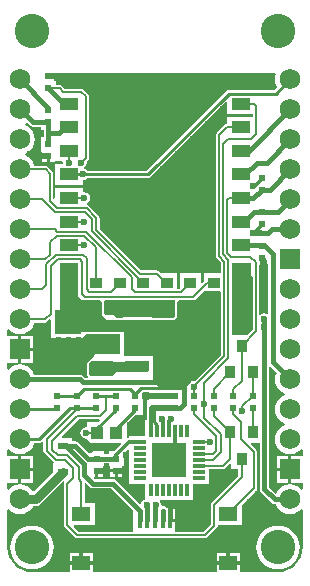
<source format=gtl>
G04 Layer_Physical_Order=1*
G04 Layer_Color=255*
%FSLAX25Y25*%
%MOIN*%
G70*
G01*
G75*
%ADD10R,0.08268X0.03543*%
%ADD11R,0.08268X0.12598*%
%ADD12R,0.02000X0.02000*%
%ADD13R,0.01181X0.03937*%
%ADD14R,0.03937X0.01181*%
%ADD15R,0.03937X0.01181*%
%ADD16R,0.01181X0.03937*%
%ADD17R,0.11500X0.11500*%
%ADD18R,0.02000X0.02000*%
%ADD19R,0.03740X0.03937*%
%ADD20R,0.01500X0.05400*%
%ADD21R,0.06299X0.03937*%
%ADD22R,0.03937X0.03543*%
%ADD23R,0.05906X0.04500*%
%ADD24R,0.03937X0.03937*%
%ADD25R,0.08661X0.07874*%
%ADD26R,0.05000X0.05000*%
%ADD27R,0.03268X0.02480*%
%ADD28C,0.01181*%
%ADD29C,0.00600*%
%ADD30C,0.01500*%
%ADD31C,0.00700*%
%ADD32C,0.03000*%
%ADD33C,0.02000*%
%ADD34C,0.01000*%
%ADD35R,0.28600X0.11200*%
%ADD36R,0.04300X0.04100*%
%ADD37R,0.06300X0.21200*%
%ADD38R,0.17100X0.03400*%
%ADD39R,0.31100X0.11800*%
%ADD40R,0.36600X0.03900*%
%ADD41R,0.02000X0.05900*%
%ADD42C,0.11500*%
%ADD43C,0.04724*%
%ADD44O,0.05906X0.07480*%
%ADD45C,0.06900*%
%ADD46R,0.06900X0.06900*%
%ADD47C,0.02362*%
G36*
X-18301Y-93671D02*
X-18862Y-94231D01*
X-22718D01*
Y-95651D01*
X-23000Y-95882D01*
X-23734Y-96028D01*
X-24356Y-96444D01*
X-24772Y-97066D01*
X-24918Y-97800D01*
X-24772Y-98534D01*
X-24356Y-99156D01*
X-23734Y-99572D01*
X-23000Y-99718D01*
X-22718Y-99949D01*
Y-100000D01*
X-21550Y-101169D01*
X-11483D01*
X-11291Y-101630D01*
X-13561Y-103900D01*
X-15420D01*
Y-104922D01*
X-16880D01*
Y-103900D01*
X-20500D01*
X-21000Y-104400D01*
X-22109D01*
X-22342Y-104167D01*
D01*
X-25444Y-101065D01*
X-25924Y-100744D01*
X-26490Y-100632D01*
X-27566D01*
Y-99370D01*
X-30923D01*
X-31114Y-98908D01*
X-25377Y-93171D01*
X-18508D01*
X-18301Y-93671D01*
D02*
G37*
G36*
X-37171Y-100854D02*
Y-103800D01*
X-37089Y-104210D01*
X-36857Y-104557D01*
X-33764Y-107650D01*
X-33834Y-108150D01*
X-33834D01*
X-33834Y-108150D01*
Y-110851D01*
X-40259Y-117276D01*
X-40901Y-117211D01*
X-41470Y-116470D01*
X-42504Y-115676D01*
X-43708Y-115177D01*
X-45000Y-115007D01*
X-46292Y-115177D01*
X-47496Y-115676D01*
X-48530Y-116470D01*
X-48711Y-116705D01*
X-49184Y-116544D01*
Y-114450D01*
X-45500D01*
Y-110000D01*
Y-105550D01*
X-49184D01*
Y-103456D01*
X-48711Y-103295D01*
X-48530Y-103530D01*
X-47496Y-104324D01*
X-46292Y-104823D01*
X-45000Y-104993D01*
X-43708Y-104823D01*
X-42504Y-104324D01*
X-41470Y-103530D01*
X-40676Y-102496D01*
X-40177Y-101292D01*
X-40168Y-101224D01*
X-38700D01*
X-38232Y-101130D01*
X-37835Y-100865D01*
X-37633Y-100663D01*
X-37171Y-100854D01*
D02*
G37*
G36*
X-2000Y-84938D02*
X0D01*
Y-85938D01*
X-2000D01*
Y-86938D01*
X-2500D01*
Y-88931D01*
X-2514Y-89000D01*
Y-89367D01*
X-2521Y-89406D01*
Y-93590D01*
X-3296D01*
Y-98905D01*
X-8611D01*
Y-99437D01*
X-9093Y-99614D01*
X-9482Y-99335D01*
Y-94812D01*
X-6645Y-91976D01*
X-4019D01*
Y-87976D01*
Y-84224D01*
X-2000D01*
Y-84938D01*
D02*
G37*
G36*
X-13925Y-74000D02*
X-12423Y-77223D01*
X-14200Y-79000D01*
X-21200Y-79000D01*
X-21900Y-78300D01*
Y-74700D01*
X-21200Y-74000D01*
X-13925Y-74000D01*
D02*
G37*
G36*
X1200Y-90000D02*
X-1800D01*
Y-89000D01*
X-1200Y-88400D01*
X1200D01*
Y-90000D01*
D02*
G37*
G36*
X25483Y-108284D02*
Y-109984D01*
X27782D01*
Y-112203D01*
X19043Y-120943D01*
X18811Y-121290D01*
X18729Y-121700D01*
Y-128256D01*
X16256Y-130729D01*
X7338D01*
X6850Y-130700D01*
Y-127500D01*
X5100D01*
Y-126500D01*
X6850D01*
Y-123300D01*
X4800D01*
Y-122800D01*
X3692D01*
X3595Y-122655D01*
X3116Y-122334D01*
X2550Y-122222D01*
X2545Y-122223D01*
X2079Y-121805D01*
X1972Y-121266D01*
X1602Y-120712D01*
X1679Y-120434D01*
X1810Y-120212D01*
X10728D01*
Y-120210D01*
X12695D01*
Y-114895D01*
X18010D01*
Y-112928D01*
X18011D01*
Y-109940D01*
X22731D01*
X23140Y-109858D01*
X23488Y-109626D01*
X25021Y-108093D01*
X25483Y-108284D01*
D02*
G37*
G36*
X40599Y-77690D02*
X40177Y-78708D01*
X40007Y-80000D01*
X40177Y-81292D01*
X40676Y-82496D01*
X41470Y-83530D01*
X42504Y-84324D01*
X43483Y-84729D01*
Y-85271D01*
X42504Y-85676D01*
X41470Y-86470D01*
X40676Y-87504D01*
X40177Y-88708D01*
X40007Y-90000D01*
X40177Y-91292D01*
X40676Y-92496D01*
X41470Y-93530D01*
X42504Y-94324D01*
X43483Y-94729D01*
Y-95271D01*
X42504Y-95676D01*
X41470Y-96470D01*
X40676Y-97504D01*
X40177Y-98708D01*
X40007Y-100000D01*
X40177Y-101292D01*
X40676Y-102496D01*
X41470Y-103530D01*
X42504Y-104324D01*
X43708Y-104823D01*
X45000Y-104993D01*
X46292Y-104823D01*
X47496Y-104324D01*
X48530Y-103530D01*
X48711Y-103295D01*
X49184Y-103456D01*
Y-105550D01*
X45500D01*
Y-110000D01*
Y-114450D01*
X49184D01*
Y-116544D01*
X48711Y-116705D01*
X48530Y-116470D01*
X47496Y-115676D01*
X46292Y-115177D01*
X45000Y-115007D01*
X43708Y-115177D01*
X42504Y-115676D01*
X41470Y-116470D01*
X40676Y-117504D01*
X40502Y-117923D01*
X40012Y-118021D01*
X37978Y-115988D01*
Y-75776D01*
X38478Y-75569D01*
X40599Y-77690D01*
D02*
G37*
G36*
X-21645Y-115745D02*
X-21166Y-116066D01*
X-20600Y-116178D01*
X-14712D01*
X-7350Y-123541D01*
Y-130729D01*
X-25457D01*
X-27143Y-129043D01*
X-26952Y-128581D01*
X-20047D01*
Y-121081D01*
X-23429D01*
Y-114669D01*
X-22929Y-114461D01*
X-21645Y-115745D01*
D02*
G37*
G36*
X-8611Y-103379D02*
Y-107023D01*
Y-110960D01*
Y-114897D01*
X-3296D01*
Y-120181D01*
X-3534Y-120228D01*
X-4156Y-120644D01*
X-4572Y-121266D01*
X-4613Y-121473D01*
X-5091Y-121618D01*
X-13055Y-113655D01*
X-13534Y-113334D01*
X-14100Y-113222D01*
X-19988D01*
X-20347Y-112862D01*
X-20156Y-112400D01*
X-19880D01*
Y-110400D01*
X-19380D01*
Y-109900D01*
X-17380D01*
Y-108900D01*
X-16880D01*
Y-107878D01*
X-15420D01*
Y-108900D01*
X-14920D01*
Y-109900D01*
X-10920D01*
Y-108900D01*
X-10420D01*
Y-104481D01*
X-9111Y-103172D01*
X-8611Y-103379D01*
D02*
G37*
G36*
X35022Y-116600D02*
X35134Y-117166D01*
X35455Y-117645D01*
X38855Y-121045D01*
X39334Y-121366D01*
X39900Y-121478D01*
X40255D01*
X40676Y-122496D01*
X41470Y-123530D01*
X42504Y-124324D01*
X43708Y-124823D01*
X45000Y-124993D01*
X46292Y-124823D01*
X47496Y-124324D01*
X48530Y-123530D01*
X48711Y-123295D01*
X49184Y-123456D01*
Y-136000D01*
X49188Y-136017D01*
X49032Y-137598D01*
X48566Y-139134D01*
X47809Y-140550D01*
X46791Y-141791D01*
X45550Y-142809D01*
X44134Y-143566D01*
X42598Y-144032D01*
X41017Y-144188D01*
X41000Y-144184D01*
X28453D01*
Y-141669D01*
X20547D01*
Y-144184D01*
X-20547D01*
Y-141669D01*
X-28453D01*
Y-144184D01*
X-41000D01*
X-41017Y-144188D01*
X-42598Y-144032D01*
X-44134Y-143566D01*
X-45550Y-142809D01*
X-46791Y-141791D01*
X-47809Y-140550D01*
X-48566Y-139134D01*
X-49032Y-137598D01*
X-49188Y-136017D01*
X-49184Y-136000D01*
Y-123456D01*
X-48711Y-123295D01*
X-48530Y-123530D01*
X-47496Y-124324D01*
X-46292Y-124823D01*
X-45000Y-124993D01*
X-43708Y-124823D01*
X-42504Y-124324D01*
X-41470Y-123530D01*
X-40676Y-122496D01*
X-40571Y-122243D01*
X-39810D01*
X-38952Y-122072D01*
X-38224Y-121586D01*
X-30530Y-113892D01*
X-30407Y-113916D01*
X-30177Y-114472D01*
X-30189Y-114490D01*
X-30271Y-114900D01*
Y-128500D01*
X-30189Y-128910D01*
X-29957Y-129257D01*
X-26657Y-132557D01*
X-26657Y-132557D01*
X-26310Y-132789D01*
X-25900Y-132871D01*
X16700D01*
X17110Y-132789D01*
X17457Y-132557D01*
X20557Y-129457D01*
X20789Y-129110D01*
X20871Y-128700D01*
Y-128581D01*
X28953D01*
Y-121892D01*
X33757Y-117088D01*
X33757Y-117088D01*
X33989Y-116740D01*
X34071Y-116331D01*
X34071Y-116331D01*
Y-104200D01*
X34071Y-104200D01*
X33989Y-103790D01*
X33757Y-103443D01*
X31902Y-101588D01*
X32093Y-101126D01*
X35022D01*
Y-116600D01*
D02*
G37*
G36*
X24091Y12407D02*
Y8474D01*
X32729D01*
Y7537D01*
X24091D01*
Y5546D01*
X23868Y5139D01*
X23459Y5058D01*
X23111Y4826D01*
X20543Y2257D01*
X20311Y1910D01*
X20229Y1500D01*
Y-38900D01*
X20311Y-39310D01*
X20543Y-39657D01*
X22029Y-41143D01*
Y-44628D01*
X16217D01*
Y-47469D01*
X15742Y-47945D01*
X15280Y-47753D01*
Y-44628D01*
X8343D01*
Y-49854D01*
X8268Y-49929D01*
X7406D01*
Y-44628D01*
X2179D01*
X1494Y-43943D01*
X1147Y-43711D01*
X737Y-43629D01*
X-4557D01*
X-18429Y-29757D01*
Y-26200D01*
X-18511Y-25790D01*
X-18743Y-25443D01*
X-18743Y-25443D01*
X-22043Y-22143D01*
X-22390Y-21911D01*
X-22800Y-21829D01*
X-22795Y-21331D01*
X-22766Y-21326D01*
X-22144Y-20910D01*
X-21728Y-20288D01*
X-21582Y-19554D01*
X-21728Y-18820D01*
X-22144Y-18197D01*
X-22766Y-17782D01*
X-23500Y-17636D01*
X-23704Y-17676D01*
X-24091Y-17359D01*
Y-16085D01*
X-33390D01*
Y-19485D01*
X-33890Y-19752D01*
X-33929Y-19725D01*
Y-11400D01*
X-34011Y-10990D01*
X-34243Y-10643D01*
X-35643Y-9243D01*
X-35990Y-9011D01*
X-36400Y-8929D01*
X-40148D01*
X-40177Y-8708D01*
X-40676Y-7504D01*
X-41470Y-6470D01*
X-42504Y-5676D01*
X-43483Y-5271D01*
Y-4729D01*
X-42504Y-4324D01*
X-41470Y-3530D01*
X-40676Y-2496D01*
X-40177Y-1292D01*
X-40007Y0D01*
X-40177Y1292D01*
X-40676Y2496D01*
X-41470Y3530D01*
X-42504Y4324D01*
X-43483Y4729D01*
Y5271D01*
X-42690Y5599D01*
X-41776Y4686D01*
X-41297Y4365D01*
X-40731Y4253D01*
X-38100D01*
Y3231D01*
X-37078D01*
Y900D01*
X-38100D01*
Y-4100D01*
X-37600D01*
Y-5100D01*
X-35600D01*
Y-5600D01*
X-35100D01*
Y-7600D01*
X-33600D01*
Y-7600D01*
X-33390Y-7274D01*
X-30827D01*
X-30510Y-7660D01*
X-30518Y-7700D01*
X-30493Y-7824D01*
X-30810Y-8211D01*
X-33390D01*
Y-15148D01*
X-24091D01*
Y-13672D01*
X-24000Y-13598D01*
X-23266Y-13452D01*
X-22644Y-13036D01*
X-22555Y-12903D01*
X-2379D01*
X-1911Y-12810D01*
X-1514Y-12545D01*
X23629Y12598D01*
X24091Y12407D01*
D02*
G37*
G36*
X6583Y-53574D02*
X6812Y-53971D01*
X6786Y-54100D01*
Y-58904D01*
X6104Y-59586D01*
X-986D01*
Y-59300D01*
X-10200D01*
X-11200Y-59600D01*
X-12700D01*
X-13745Y-58500D01*
X-16300Y-58500D01*
X-17000Y-57800D01*
X-17000Y-54214D01*
X-16986Y-54200D01*
D01*
X-17032Y-53971D01*
X-17023Y-53899D01*
X-16744Y-53471D01*
X6477D01*
X6583Y-53574D01*
D02*
G37*
G36*
X21400Y-50400D02*
X22000Y-51000D01*
X22000Y-71700D01*
X13200Y-80500D01*
X12000D01*
Y-80700D01*
X9200Y-83500D01*
X2400D01*
X-600Y-80500D01*
Y-60700D01*
X6000D01*
X7500Y-59200D01*
Y-54100D01*
X8100Y-53500D01*
X13400Y-53500D01*
X16500Y-50400D01*
X21400Y-50400D01*
D02*
G37*
G36*
X36100Y-41400D02*
X37600D01*
X37822Y-41808D01*
Y-57890D01*
X37381Y-58126D01*
X37234Y-58028D01*
X36500Y-57882D01*
X35766Y-58028D01*
X35171Y-58426D01*
X35023Y-58395D01*
X34671Y-58252D01*
Y-41754D01*
X35024Y-41400D01*
X35100D01*
Y-39400D01*
X36100D01*
Y-41400D01*
D02*
G37*
G36*
X-24300Y-53500D02*
X-18400Y-53500D01*
X-17700Y-54200D01*
X-17700Y-58500D01*
X-15000Y-61200D01*
X-15000Y-63600D01*
X-24500D01*
X-27100Y-61000D01*
Y-51900D01*
X-25900D01*
X-24300Y-53500D01*
D02*
G37*
G36*
X40145Y22300D02*
X40423Y21884D01*
X40177Y21292D01*
X40007Y20000D01*
X40177Y18708D01*
X40676Y17504D01*
X40718Y17449D01*
X39793Y16523D01*
X24600D01*
X24132Y16430D01*
X23735Y16165D01*
X-2886Y-10456D01*
X-22555D01*
X-22644Y-10323D01*
X-23266Y-9908D01*
X-23518Y-9857D01*
X-23624Y-9327D01*
X-23294Y-9106D01*
X-22878Y-8484D01*
X-22732Y-7750D01*
X-22799Y-7413D01*
X-22343Y-6957D01*
X-22111Y-6610D01*
X-22029Y-6200D01*
Y14400D01*
X-22111Y14810D01*
X-22343Y15157D01*
X-23843Y16657D01*
X-24190Y16889D01*
X-24600Y16971D01*
X-30057D01*
X-30943Y17857D01*
X-31290Y18089D01*
X-31700Y18171D01*
X-33100D01*
Y19600D01*
X-33600D01*
Y20600D01*
X-35600D01*
Y21600D01*
X-33600D01*
Y21946D01*
X-33246Y22300D01*
X40145Y22300D01*
D02*
G37*
G36*
X31900Y-45000D02*
X31800Y-45100D01*
X32529Y-45829D01*
Y-46144D01*
D01*
Y-63563D01*
X30808Y-65285D01*
X25571D01*
Y-51000D01*
Y-41200D01*
X31900D01*
Y-45000D01*
D02*
G37*
G36*
X-34731Y-60198D02*
Y-66132D01*
X-24287D01*
X-23069Y-64914D01*
X-11754D01*
Y-69872D01*
Y-71546D01*
X-11700Y-71600D01*
X-19800Y-71600D01*
X-20200Y-72000D01*
Y-72067D01*
X-20614Y-72481D01*
X-20681D01*
X-20700Y-72500D01*
Y-72567D01*
X-21473Y-73341D01*
X-21677Y-73476D01*
X-22423Y-74224D01*
X-22559Y-74427D01*
X-22614Y-74700D01*
Y-75144D01*
X-22637Y-75261D01*
X-22614Y-75377D01*
Y-77703D01*
X-22637Y-77819D01*
X-22614Y-77935D01*
Y-78300D01*
X-22559Y-78573D01*
X-22405Y-78805D01*
X-22288Y-78922D01*
X-22447Y-79354D01*
X-22512Y-79422D01*
X-23488D01*
X-23955Y-78955D01*
X-24434Y-78634D01*
X-25000Y-78522D01*
X-40255D01*
X-40676Y-77504D01*
X-41470Y-76470D01*
X-42504Y-75676D01*
X-43708Y-75177D01*
X-45000Y-75007D01*
X-46292Y-75177D01*
X-47496Y-75676D01*
X-48530Y-76470D01*
X-48711Y-76705D01*
X-49184Y-76544D01*
Y-74450D01*
X-45500D01*
Y-70000D01*
Y-65550D01*
X-49184D01*
Y-63456D01*
X-48711Y-63295D01*
X-48530Y-63530D01*
X-47496Y-64324D01*
X-46292Y-64823D01*
X-45000Y-64993D01*
X-43708Y-64823D01*
X-42504Y-64324D01*
X-41470Y-63530D01*
X-40676Y-62496D01*
X-40177Y-61292D01*
X-40148Y-61071D01*
X-36700D01*
X-36290Y-60989D01*
X-35943Y-60757D01*
X-35193Y-60007D01*
X-34731Y-60198D01*
D02*
G37*
%LPC*%
G36*
X-41000Y-128715D02*
X-42421Y-128855D01*
X-43788Y-129270D01*
X-45047Y-129943D01*
X-46151Y-130849D01*
X-47057Y-131953D01*
X-47730Y-133212D01*
X-48145Y-134579D01*
X-48285Y-136000D01*
X-48145Y-137421D01*
X-47730Y-138788D01*
X-47057Y-140047D01*
X-46151Y-141151D01*
X-45047Y-142057D01*
X-43788Y-142730D01*
X-42421Y-143145D01*
X-41000Y-143285D01*
X-39579Y-143145D01*
X-38212Y-142730D01*
X-36953Y-142057D01*
X-35849Y-141151D01*
X-34943Y-140047D01*
X-34269Y-138788D01*
X-33855Y-137421D01*
X-33715Y-136000D01*
X-33855Y-134579D01*
X-34269Y-133212D01*
X-34943Y-131953D01*
X-35849Y-130849D01*
X-36953Y-129943D01*
X-38212Y-129270D01*
X-39579Y-128855D01*
X-41000Y-128715D01*
D02*
G37*
G36*
X28453Y-137919D02*
X25000D01*
Y-140669D01*
X28453D01*
Y-137919D01*
D02*
G37*
G36*
X41000Y-128715D02*
X39579Y-128855D01*
X38212Y-129270D01*
X36953Y-129943D01*
X35849Y-130849D01*
X34943Y-131953D01*
X34269Y-133212D01*
X33855Y-134579D01*
X33715Y-136000D01*
X33855Y-137421D01*
X34269Y-138788D01*
X34943Y-140047D01*
X35849Y-141151D01*
X36953Y-142057D01*
X38212Y-142730D01*
X39579Y-143145D01*
X41000Y-143285D01*
X42421Y-143145D01*
X43788Y-142730D01*
X45047Y-142057D01*
X46151Y-141151D01*
X47057Y-140047D01*
X47730Y-138788D01*
X48145Y-137421D01*
X48285Y-136000D01*
X48145Y-134579D01*
X47730Y-133212D01*
X47057Y-131953D01*
X46151Y-130849D01*
X45047Y-129943D01*
X43788Y-129270D01*
X42421Y-128855D01*
X41000Y-128715D01*
D02*
G37*
G36*
X-25000Y-137919D02*
X-28453D01*
Y-140669D01*
X-25000D01*
Y-137919D01*
D02*
G37*
G36*
X24000D02*
X20547D01*
Y-140669D01*
X24000D01*
Y-137919D01*
D02*
G37*
G36*
X-20547D02*
X-24000D01*
Y-140669D01*
X-20547D01*
Y-137919D01*
D02*
G37*
G36*
X44500Y-105550D02*
X40550D01*
Y-109500D01*
X44500D01*
Y-105550D01*
D02*
G37*
G36*
X-40550D02*
X-44500D01*
Y-109500D01*
X-40550D01*
Y-105550D01*
D02*
G37*
G36*
Y-70500D02*
X-44500D01*
Y-74450D01*
X-40550D01*
Y-70500D01*
D02*
G37*
G36*
X-36100Y-6100D02*
X-37600D01*
Y-7600D01*
X-36100D01*
Y-6100D01*
D02*
G37*
G36*
X-40550Y-65550D02*
X-44500D01*
Y-69500D01*
X-40550D01*
Y-65550D01*
D02*
G37*
G36*
X44500Y-110500D02*
X40550D01*
Y-114450D01*
X44500D01*
Y-110500D01*
D02*
G37*
G36*
X-40550D02*
X-44500D01*
Y-114450D01*
X-40550D01*
Y-110500D01*
D02*
G37*
G36*
X-17380Y-110900D02*
X-18880D01*
Y-112400D01*
X-17380D01*
Y-110900D01*
D02*
G37*
G36*
X-10920D02*
X-12420D01*
Y-112400D01*
X-10920D01*
Y-110900D01*
D02*
G37*
G36*
X-13420D02*
X-14920D01*
Y-112400D01*
X-13420D01*
Y-110900D01*
D02*
G37*
%LPD*%
D10*
X-6120Y-57545D02*
D03*
Y-66600D02*
D03*
Y-75655D02*
D03*
D11*
X16320Y-66600D02*
D03*
D12*
X-18700Y-57545D02*
D03*
X-14700D02*
D03*
D13*
X8637Y-97058D02*
D03*
Y-116743D02*
D03*
X6668D02*
D03*
X4700D02*
D03*
X2732D02*
D03*
X763D02*
D03*
X-1206D02*
D03*
Y-97058D02*
D03*
X763D02*
D03*
X2732D02*
D03*
X4700D02*
D03*
X6668D02*
D03*
X10605D02*
D03*
D14*
X-5142Y-108869D02*
D03*
X14543Y-100995D02*
D03*
Y-102964D02*
D03*
Y-104932D02*
D03*
Y-106901D02*
D03*
Y-108869D02*
D03*
Y-110838D02*
D03*
X-5142Y-112806D02*
D03*
Y-110838D02*
D03*
Y-106901D02*
D03*
Y-104932D02*
D03*
Y-102964D02*
D03*
Y-100995D02*
D03*
D15*
X14542Y-112805D02*
D03*
D16*
X10605Y-116742D02*
D03*
D17*
X4700Y-106901D02*
D03*
D18*
X-26075Y-85476D02*
D03*
Y-89476D02*
D03*
X-35600Y17100D02*
D03*
Y21100D02*
D03*
X-13037Y-85476D02*
D03*
Y-89476D02*
D03*
X19556Y-85476D02*
D03*
Y-89476D02*
D03*
X32593D02*
D03*
Y-85476D02*
D03*
X13037Y-89476D02*
D03*
Y-85476D02*
D03*
X-35600Y-5600D02*
D03*
Y-1600D02*
D03*
X6519Y-89438D02*
D03*
Y-85438D02*
D03*
X-35600Y5731D02*
D03*
Y9731D02*
D03*
X26075Y-89476D02*
D03*
Y-85476D02*
D03*
X35600Y-39400D02*
D03*
Y-35400D02*
D03*
Y-28050D02*
D03*
Y-24050D02*
D03*
Y-12700D02*
D03*
Y-16700D02*
D03*
X-19556Y-85476D02*
D03*
Y-89476D02*
D03*
X-32593Y-85476D02*
D03*
Y-89476D02*
D03*
X-6519D02*
D03*
Y-85476D02*
D03*
X-19380Y-106400D02*
D03*
Y-110400D02*
D03*
X-12920Y-106400D02*
D03*
Y-110400D02*
D03*
X0Y-89438D02*
D03*
Y-85438D02*
D03*
D19*
X25113Y-77612D02*
D03*
X32593Y-77612D02*
D03*
X28853Y-68753D02*
D03*
Y-106516D02*
D03*
X25113Y-97658D02*
D03*
X32593Y-97658D02*
D03*
D20*
X-5100Y-127000D02*
D03*
X2550D02*
D03*
X5100D02*
D03*
X0D02*
D03*
X-2550D02*
D03*
D21*
X28740Y-43176D02*
D03*
Y-35302D02*
D03*
Y-27428D02*
D03*
Y-19554D02*
D03*
Y-11680D02*
D03*
Y-3805D02*
D03*
Y4069D02*
D03*
Y11942D02*
D03*
X-28740D02*
D03*
Y4069D02*
D03*
Y-3805D02*
D03*
Y-11680D02*
D03*
Y-19554D02*
D03*
Y-27428D02*
D03*
Y-35302D02*
D03*
Y-43176D02*
D03*
D22*
X-19685Y-47900D02*
D03*
X-11811D02*
D03*
X-3937D02*
D03*
X3937D02*
D03*
X11811D02*
D03*
X19685D02*
D03*
D23*
X24500Y-141169D02*
D03*
Y-124831D02*
D03*
X-24500Y-141169D02*
D03*
Y-124831D02*
D03*
D24*
X-19250Y-97700D02*
D03*
X-12950D02*
D03*
D25*
X-28900Y-72505D02*
D03*
Y-60694D02*
D03*
D26*
X-16700Y-76481D02*
D03*
Y-69081D02*
D03*
D27*
X-30700Y-110890D02*
D03*
Y-102110D02*
D03*
D28*
X2732Y-97058D02*
Y-93731D01*
X4700Y-97058D02*
Y-93700D01*
X-8795Y-100995D02*
X-5142D01*
X-12920Y-106400D02*
Y-105120D01*
X-8795Y-100995D01*
X-1206Y-97058D02*
Y-89406D01*
X24500Y-141169D02*
Y-137016D01*
X-24500Y-141169D02*
Y-137016D01*
X24500Y-141200D02*
X29453D01*
X19547Y-141169D02*
X24500D01*
X-29453Y-141139D02*
X-24500D01*
Y-141169D02*
X-19547D01*
X29900Y-47300D02*
Y-43300D01*
X26800Y-47300D02*
Y-43300D01*
X28300Y-48900D02*
Y-43616D01*
X28740Y-43176D01*
X6668Y-104932D02*
Y-97058D01*
D29*
X4700Y-93700D02*
X5200Y-93200D01*
X2200D02*
X2732Y-93731D01*
D30*
X2550Y-127000D02*
Y-123700D01*
X5100Y-127000D02*
Y-122000D01*
X-2550Y-127000D02*
Y-122250D01*
X0Y-127000D02*
Y-122200D01*
X-35600Y17100D02*
X-30443Y11942D01*
X-35600Y9731D02*
Y10600D01*
X-45000Y20000D02*
X-35600Y10600D01*
Y-1600D02*
Y5731D01*
X28740Y-27428D02*
X29772D01*
X33150Y-24050D01*
X35600D01*
X28740Y-35302D02*
X36502D01*
X28740Y-11680D02*
X30020D01*
X-19380Y-106400D02*
X-12920D01*
X35600Y-24050D02*
X40950D01*
X45000Y-20000D01*
X35600Y-16700D02*
X38300D01*
X45000Y-10000D01*
X31194Y-3805D02*
X45000Y10000D01*
X30020Y-11680D02*
X34000Y-7700D01*
X37300D01*
X45000Y0D01*
X6519Y-89438D02*
X8362D01*
X9700Y-88100D01*
X-45000Y-80000D02*
X-25000D01*
X-45000Y10000D02*
X-40731Y5731D01*
X-35600D01*
X-35300Y2066D02*
X-32134D01*
X-30132Y4069D01*
X-28740D01*
X-5100Y-127000D02*
Y-123700D01*
X-30700Y-102110D02*
X-26490D01*
X-22200Y-106400D01*
X-19380D01*
X-20600Y-114700D02*
X-14100D01*
X-5100Y-123700D01*
X-30700Y-102110D02*
X-29690D01*
X-23600Y-111700D02*
X-20600Y-114700D01*
X-23600Y-111700D02*
Y-108200D01*
X-29690Y-102110D02*
X-23600Y-108200D01*
X28740Y-19554D02*
X32746D01*
X35600Y-16700D01*
X39100Y-30000D02*
X45000D01*
X37800Y-31300D02*
X39100Y-30000D01*
X35100Y-31300D02*
X37800D01*
X32600D02*
X35100D01*
X-25000Y-80000D02*
X-24100Y-80900D01*
X3100D01*
X5400Y-78600D01*
Y-68900D01*
X9700Y-88100D02*
Y-59200D01*
X11800Y-61300D02*
Y-60200D01*
X9700Y-59200D02*
X17300Y-51600D01*
X20000D01*
X11800Y-60200D02*
X12900Y-59100D01*
X17300D01*
X20000D01*
X36500Y-62500D02*
Y-59800D01*
X39300Y-74300D02*
X45000Y-80000D01*
X39300Y-74300D02*
Y-38100D01*
X36502Y-35302D02*
X39300Y-38100D01*
X36500Y-116600D02*
Y-62500D01*
Y-116600D02*
X39900Y-120000D01*
X45000D01*
X-30443Y11942D02*
X-28740D01*
D31*
X26075Y-83225D02*
X28853Y-80447D01*
Y-68753D01*
X32593Y-85476D02*
Y-77612D01*
X26075Y-85476D02*
Y-83225D01*
X19556Y-85476D02*
Y-83169D01*
X25113Y-77612D01*
X32593Y-97658D02*
Y-89476D01*
X26075Y-91375D02*
Y-89476D01*
Y-91375D02*
X28800Y-94100D01*
Y-100000D02*
Y-94100D01*
Y-100000D02*
X33000Y-104200D01*
Y-116331D02*
Y-104200D01*
X24500Y-124831D02*
X33000Y-116331D01*
X19556Y-92101D02*
Y-89476D01*
Y-92101D02*
X25113Y-97658D01*
X-24200Y-51500D02*
X-23300Y-52400D01*
X-24200Y-51500D02*
Y-40800D01*
X-14811Y-50900D02*
X-11811Y-47900D01*
X-22800Y-50010D02*
Y-39620D01*
X-23920Y-38500D02*
X-22800Y-39620D01*
X-45000Y-60000D02*
X-36700D01*
X-25100Y-39900D02*
X-24200Y-40800D01*
X8711Y-51000D02*
X11811Y-47900D01*
X-6600Y-51000D02*
X8711D01*
X-45000Y-50000D02*
X-37600D01*
X-45000Y-40000D02*
X-36500D01*
X-33020Y-38500D02*
X-23920D01*
X-32440Y-39900D02*
X-25100D01*
X-36500Y-40000D02*
X-34900Y-38400D01*
X-45000Y-30000D02*
X-33300D01*
X-32600Y-30700D01*
X-34900Y-38400D02*
Y-34300D01*
X-32700Y-32100D01*
X-35000Y-20600D02*
X-32700Y-22900D01*
X-45000Y-20000D02*
X-37600D01*
X-33300Y-24300D01*
X-22800Y-50010D02*
X-21910Y-50900D01*
X-14811D01*
X-7700Y-49900D02*
X-6600Y-51000D01*
X-45000Y-10000D02*
X-36400D01*
X-35000Y-11400D01*
Y-20600D02*
Y-11400D01*
X28853Y-112647D02*
Y-106516D01*
X-24500Y-124831D02*
Y-114100D01*
X-25400Y-113200D02*
X-24500Y-114100D01*
X-25400Y-113200D02*
Y-109200D01*
X-29300Y-105300D02*
X-25400Y-109200D01*
X-32400Y-105300D02*
X-29300D01*
X-34300Y-103400D02*
X-32400Y-105300D01*
X-34300Y-103400D02*
Y-100580D01*
X-36100Y-99900D02*
X-26075Y-89875D01*
Y-89476D01*
X-29200Y-128500D02*
X-25900Y-131800D01*
X-29200Y-128500D02*
Y-114900D01*
X-27300Y-113000D01*
Y-109600D01*
X19800Y-121700D02*
X28853Y-112647D01*
X-29900Y-107000D02*
X-27300Y-109600D01*
X-36100Y-103800D02*
Y-99900D01*
Y-103800D02*
X-32900Y-107000D01*
X-29900D01*
X-34300Y-100580D02*
X-25820Y-92100D01*
X-18200D01*
X-16200Y-90100D01*
Y-85476D01*
X14543Y-108869D02*
X22731D01*
X25113Y-106487D01*
Y-97658D01*
X23868Y4069D02*
X28740D01*
X24746Y-19554D02*
X28740D01*
Y11942D02*
X32958D01*
X33800Y11100D01*
Y1900D02*
Y11100D01*
X32100Y200D02*
X33800Y1900D01*
X24400Y200D02*
X32100D01*
X13037Y-85476D02*
Y-82263D01*
X-28740Y-35302D02*
X-23500D01*
X-28740Y-27428D02*
X-23500D01*
X-28740Y-19554D02*
X-23500D01*
X21300Y1500D02*
X23868Y4069D01*
X22700Y-1500D02*
X24400Y200D01*
X24100Y-20200D02*
X24746Y-19554D01*
X21300Y-38900D02*
Y1500D01*
X22700Y-38320D02*
Y-1500D01*
X24100Y-37740D02*
Y-20200D01*
Y-37740D02*
X25460Y-39100D01*
X13037Y-82263D02*
X23100Y-72200D01*
X21300Y-38900D02*
X23100Y-40700D01*
X16300Y-81101D02*
X24500Y-72901D01*
X22700Y-38320D02*
X24500Y-40120D01*
X-28600Y-7700D02*
Y-3946D01*
X-35600Y17100D02*
X-31700D01*
X-30500Y15900D01*
X-24600D01*
X-23100Y14400D01*
Y-6200D02*
Y14400D01*
X-24650Y-7750D02*
X-23100Y-6200D01*
X-37600Y-50000D02*
X-36200Y-48600D01*
Y-41680D01*
X-33020Y-38500D01*
X-34800Y-42260D02*
X-32440Y-39900D01*
X-34800Y-58100D02*
Y-42260D01*
X-36700Y-60000D02*
X-34800Y-58100D01*
X-23000Y-97800D02*
X-19350D01*
X28853Y-68753D02*
X33600Y-64007D01*
X17300Y-47900D02*
X19685D01*
X-23300Y-52400D02*
X12800D01*
X17300Y-47900D01*
X737Y-44700D02*
X3937Y-47900D01*
X-32700Y-22900D02*
X-22800D01*
X-19500Y-26200D01*
X-23380Y-24300D02*
X-21000Y-26680D01*
X-33300Y-24300D02*
X-23380D01*
X-32600Y-30700D02*
X-22966D01*
X-32700Y-32100D02*
X-23546D01*
X-19685Y-35961D01*
Y-47900D02*
Y-35961D01*
X-22966Y-30700D02*
X-7700Y-45966D01*
Y-49900D02*
Y-45966D01*
X-3937Y-47900D02*
Y-47663D01*
X-19500Y-30200D02*
Y-26200D01*
Y-30200D02*
X-5000Y-44700D01*
X737D01*
X-5580Y-46100D02*
X-5500D01*
X-3937Y-47663D01*
X-21000Y-30680D02*
X-5580Y-46100D01*
X-21000Y-30680D02*
Y-26680D01*
X13037Y-91437D02*
Y-89476D01*
X16300Y-92720D02*
Y-81101D01*
Y-92720D02*
X21900Y-98320D01*
X13037Y-91437D02*
X20500Y-98900D01*
X14543Y-104932D02*
X19268D01*
X20500Y-103700D01*
Y-98900D01*
X14543Y-106901D02*
X19299D01*
X21900Y-104300D01*
Y-98320D01*
X-25900Y-131800D02*
X16700D01*
X19800Y-128700D01*
Y-121700D01*
X14543Y-100995D02*
X18200D01*
X29100Y-90600D02*
Y-88969D01*
X32593Y-85476D01*
X23100Y-72200D02*
Y-40700D01*
X24500Y-72901D02*
Y-40120D01*
X25460Y-39100D02*
X31815D01*
X33600Y-64007D02*
Y-40885D01*
X31815Y-39100D02*
X33600Y-40885D01*
D32*
X-45000Y-120000D02*
X-39810D01*
X-30700Y-110890D01*
D33*
X0Y-89438D02*
X6519D01*
X-35600Y21100D02*
X-32300D01*
X-38900Y-5600D02*
X-35600D01*
X36200Y-43200D02*
Y-40400D01*
X35600Y-39800D02*
X36200Y-40400D01*
X35600Y-39800D02*
Y-39400D01*
X-19380Y-110400D02*
X-16080D01*
X-12920D02*
X-9620D01*
X0Y-85438D02*
X6519D01*
X-3300D02*
X0D01*
X-14700Y-57545D02*
Y-54700D01*
D34*
X763Y-97058D02*
Y-95130D01*
X-181Y-94186D02*
X763Y-95130D01*
X-181Y-94186D02*
Y-89438D01*
X-26075Y-85476D02*
X-23699Y-83100D01*
X-32593Y-85476D02*
X-26075D01*
X-45000Y-90000D02*
X-33118D01*
X-32593Y-89476D01*
X-26075D02*
X-19556D01*
Y-85476D02*
X-13000D01*
X-45000Y-100000D02*
X-38700D01*
X-28176Y-89476D01*
X-26075D01*
X-19250Y-97700D02*
Y-96350D01*
X-13037Y-90137D01*
Y-89476D01*
X-12950Y-97700D02*
Y-96550D01*
X-6519Y-90119D01*
Y-89476D01*
X40300Y15300D02*
X45000Y20000D01*
X-2379Y-11680D02*
X24600Y15300D01*
X40300D01*
X32900Y-15400D02*
X35600Y-12700D01*
X32600Y-15400D02*
X32900D01*
X35600Y-28300D02*
Y-28050D01*
X32600Y-31300D02*
X35600Y-28300D01*
X-28740Y-11680D02*
X-24000D01*
X-2379D01*
X4000Y-83000D02*
X7500Y-79500D01*
Y-69500D01*
X-6519Y-85476D02*
Y-84819D01*
X-4700Y-83000D01*
X4000D01*
X-23699Y-83100D02*
X-8200D01*
X-6519Y-84781D01*
Y-85476D02*
Y-84781D01*
D35*
X0Y-138600D02*
D03*
D36*
X-11650Y-128550D02*
D03*
X11650D02*
D03*
D37*
X-28750Y-51800D02*
D03*
D38*
X-10550Y-75700D02*
D03*
D39*
X4950Y-66600D02*
D03*
D40*
X-10100Y-62250D02*
D03*
D41*
X-18700Y-59450D02*
D03*
D42*
X41000Y36000D02*
D03*
X-41000D02*
D03*
Y-136000D02*
D03*
X41000D02*
D03*
D43*
X9550Y-127000D02*
D03*
X-9550D02*
D03*
D44*
X-14300Y-137400D02*
D03*
X14300D02*
D03*
D45*
X45000Y-120000D02*
D03*
Y-80000D02*
D03*
Y-90000D02*
D03*
Y-100000D02*
D03*
Y-70000D02*
D03*
Y-60000D02*
D03*
Y-50000D02*
D03*
Y20000D02*
D03*
Y10000D02*
D03*
Y0D02*
D03*
Y-10000D02*
D03*
Y-20000D02*
D03*
Y-30000D02*
D03*
X-45000Y-120000D02*
D03*
Y-80000D02*
D03*
Y-90000D02*
D03*
Y-100000D02*
D03*
Y-60000D02*
D03*
Y-50000D02*
D03*
Y-40000D02*
D03*
Y20000D02*
D03*
Y10000D02*
D03*
Y0D02*
D03*
Y-10000D02*
D03*
Y-20000D02*
D03*
Y-30000D02*
D03*
D46*
X45000Y-110000D02*
D03*
Y-40000D02*
D03*
X-45000Y-110000D02*
D03*
Y-70000D02*
D03*
D47*
X36200Y-45967D02*
D03*
Y-48733D02*
D03*
Y-51500D02*
D03*
X-20200Y-22000D02*
D03*
X-17300Y-25000D02*
D03*
X-9500Y-115300D02*
D03*
Y-105300D02*
D03*
X-4900Y-116300D02*
D03*
Y-119400D02*
D03*
X29000Y-64100D02*
D03*
X26800D02*
D03*
X29000Y-61800D02*
D03*
X31300D02*
D03*
X26800D02*
D03*
X7650Y-142400D02*
D03*
X4500D02*
D03*
X1350D02*
D03*
X-1800D02*
D03*
X-4950D02*
D03*
X-8100D02*
D03*
X7650Y-138500D02*
D03*
X4500D02*
D03*
X1350D02*
D03*
X-1800D02*
D03*
X-4950D02*
D03*
X-8100D02*
D03*
Y-134600D02*
D03*
X-4950D02*
D03*
X-1800D02*
D03*
X1350D02*
D03*
X4500D02*
D03*
X7650D02*
D03*
X-2800Y-122000D02*
D03*
X5200Y-93200D02*
D03*
X200Y-122000D02*
D03*
X2200Y-93200D02*
D03*
X-23500Y-27428D02*
D03*
Y-35302D02*
D03*
Y-19554D02*
D03*
X20000Y-51600D02*
D03*
X32600Y-31300D02*
D03*
Y-15400D02*
D03*
X17300Y-51600D02*
D03*
X35100Y-31300D02*
D03*
X-28600Y-7700D02*
D03*
X-24650Y-7750D02*
D03*
X-24000Y-11680D02*
D03*
X-23000Y-97800D02*
D03*
X16300Y-88200D02*
D03*
X13100Y-82500D02*
D03*
X20000Y-59100D02*
D03*
X17300D02*
D03*
X36500Y-59800D02*
D03*
Y-62500D02*
D03*
X-20719Y-75261D02*
D03*
Y-77819D02*
D03*
X-34900Y-115100D02*
D03*
X-33200Y-113400D02*
D03*
X18200Y-101000D02*
D03*
X29100Y-90600D02*
D03*
X24500Y-137016D02*
D03*
X-24500D02*
D03*
X29453Y-141200D02*
D03*
X19547Y-141169D02*
D03*
X-29453Y-141139D02*
D03*
X-19547Y-141169D02*
D03*
X29900Y-47300D02*
D03*
X26800D02*
D03*
X28300Y-48900D02*
D03*
X-28650Y-66800D02*
D03*
X-25325D02*
D03*
X-22000D02*
D03*
Y-71000D02*
D03*
X-35300Y-75200D02*
D03*
Y-71000D02*
D03*
Y-66800D02*
D03*
X-31975D02*
D03*
X-32300Y21200D02*
D03*
X-38900Y-5600D02*
D03*
X36200Y-43200D02*
D03*
X-16080Y-110400D02*
D03*
X-9620D02*
D03*
X5100Y-122000D02*
D03*
X3300Y-85438D02*
D03*
X-3300D02*
D03*
X-14700Y-54700D02*
D03*
X-11900D02*
D03*
X100D02*
D03*
Y-58000D02*
D03*
X2650Y-54700D02*
D03*
Y-58000D02*
D03*
X5200Y-54700D02*
D03*
X-11900Y-58000D02*
D03*
X5200D02*
D03*
X100Y-102300D02*
D03*
Y-105000D02*
D03*
X9300Y-105367D02*
D03*
X6500D02*
D03*
X9300Y-108433D02*
D03*
X6500D02*
D03*
Y-111500D02*
D03*
X9300D02*
D03*
Y-102300D02*
D03*
X3700Y-111500D02*
D03*
X6500Y-102300D02*
D03*
X-8600Y-37600D02*
D03*
X-4000Y-42200D02*
D03*
X-6300Y-39900D02*
D03*
X-11300Y-32900D02*
D03*
X-14400Y-29700D02*
D03*
X-900Y-6700D02*
D03*
X4100Y-1700D02*
D03*
X1600Y-4200D02*
D03*
X11600Y5800D02*
D03*
X14100Y8300D02*
D03*
X9100Y3300D02*
D03*
X6600Y800D02*
D03*
X21600Y15800D02*
D03*
X24100Y18300D02*
D03*
X31600Y21200D02*
D03*
X19100Y13300D02*
D03*
X16600Y10800D02*
D03*
X17800Y5100D02*
D03*
X20300Y7600D02*
D03*
X22800Y10100D02*
D03*
X15300Y2600D02*
D03*
X12800Y100D02*
D03*
X7800Y-4900D02*
D03*
X5300Y-7400D02*
D03*
X2800Y-9900D02*
D03*
X10300Y-2400D02*
D03*
X-3500Y-14400D02*
D03*
X-7800D02*
D03*
X300Y-12400D02*
D03*
X-13300Y-22200D02*
D03*
X-10800Y-24700D02*
D03*
X-8300Y-27200D02*
D03*
X-15800Y-19700D02*
D03*
X-18300Y-17200D02*
D03*
X-3300Y-32200D02*
D03*
X-800Y-34700D02*
D03*
X-5800Y-29700D02*
D03*
X6700Y-42200D02*
D03*
X4200Y-39700D02*
D03*
X1700Y-37200D02*
D03*
X-20700Y-14400D02*
D03*
X-16400D02*
D03*
X-12100D02*
D03*
X-41600Y-5000D02*
D03*
X-12000Y-9200D02*
D03*
X-7700D02*
D03*
X-3400D02*
D03*
X-16300D02*
D03*
X-20700D02*
D03*
Y-5300D02*
D03*
Y-1400D02*
D03*
Y2500D02*
D03*
Y11100D02*
D03*
Y14200D02*
D03*
Y6400D02*
D03*
X18900Y-14800D02*
D03*
Y-22600D02*
D03*
Y-18700D02*
D03*
Y-10900D02*
D03*
Y-7000D02*
D03*
Y-3100D02*
D03*
Y800D02*
D03*
Y-38200D02*
D03*
Y-42100D02*
D03*
Y-34300D02*
D03*
Y-30400D02*
D03*
Y-26500D02*
D03*
X17400Y21200D02*
D03*
X20950D02*
D03*
X28050D02*
D03*
X24500D02*
D03*
X-350D02*
D03*
X6750D02*
D03*
X13850D02*
D03*
X10300D02*
D03*
X35150D02*
D03*
X-21650D02*
D03*
X-7450D02*
D03*
X-14550D02*
D03*
X-25200D02*
D03*
X-28750D02*
D03*
X-7150Y-100D02*
D03*
X3200Y21200D02*
D03*
X-3900D02*
D03*
X-11000D02*
D03*
X-18100D02*
D03*
X39200Y-84400D02*
D03*
Y-95200D02*
D03*
Y-103900D02*
D03*
X6400Y14200D02*
D03*
X-7150D02*
D03*
X39200Y-115100D02*
D03*
X-100Y7400D02*
D03*
X34300Y-118300D02*
D03*
X36800Y-120900D02*
D03*
X31700D02*
D03*
X-35800Y-129320D02*
D03*
X-15100Y-121333D02*
D03*
Y-125167D02*
D03*
X-18700Y-129000D02*
D03*
Y-121333D02*
D03*
X-11500D02*
D03*
X-8300Y-97700D02*
D03*
X-4400D02*
D03*
X-8300Y-95300D02*
D03*
X-4500Y-93200D02*
D03*
X-18700Y-125167D02*
D03*
X25800Y-111600D02*
D03*
X20100D02*
D03*
X16700Y-128200D02*
D03*
X14400Y-116400D02*
D03*
X22500Y-114200D02*
D03*
X14400Y-122000D02*
D03*
X10400D02*
D03*
X-35800Y-120840D02*
D03*
X-31500Y-125080D02*
D03*
Y-120840D02*
D03*
Y-129320D02*
D03*
X-40500Y-115600D02*
D03*
X-35300Y-109000D02*
D03*
X-39100Y-104900D02*
D03*
X22300Y-130200D02*
D03*
X27200D02*
D03*
X-23200Y-101400D02*
D03*
X-24800Y-94500D02*
D03*
X-14600Y-102800D02*
D03*
X-36200Y-111300D02*
D03*
X-40600Y-125080D02*
D03*
X36800D02*
D03*
X46100Y-126800D02*
D03*
X41400Y-85000D02*
D03*
X-35800Y-125080D02*
D03*
X-46900Y-127500D02*
D03*
X-31500Y-133560D02*
D03*
Y-137800D02*
D03*
X31700Y-125080D02*
D03*
Y-130200D02*
D03*
Y-136000D02*
D03*
M02*

</source>
